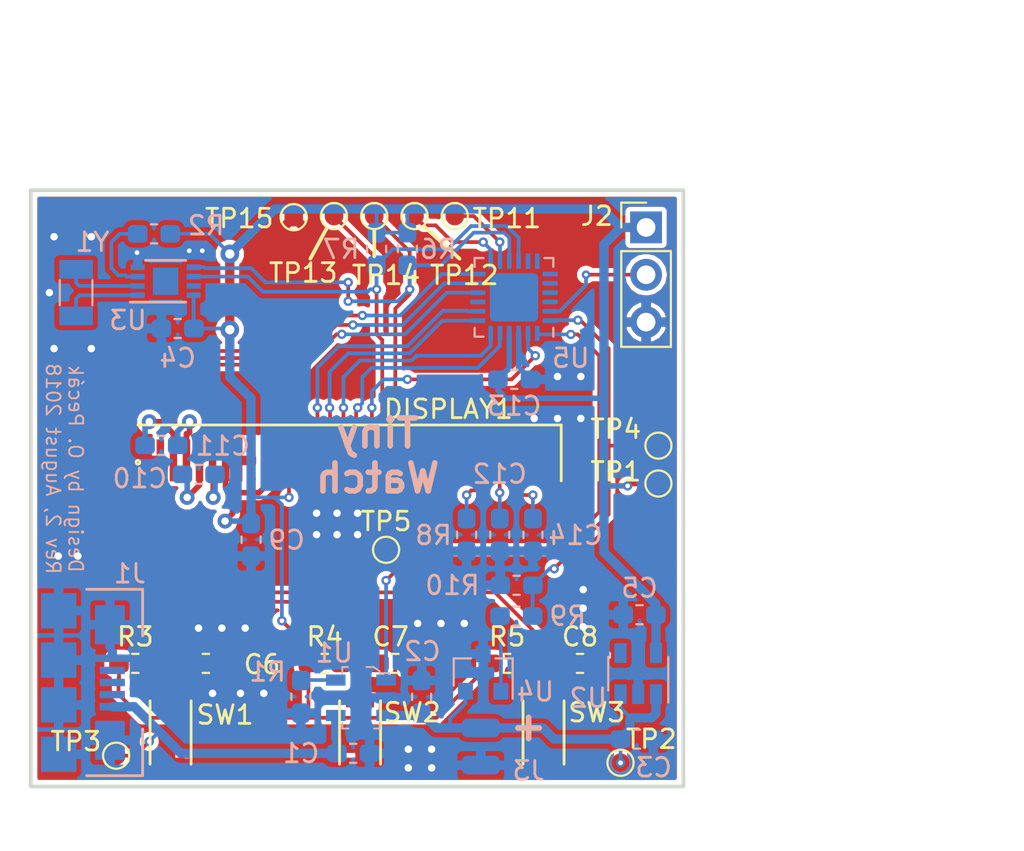
<source format=kicad_pcb>
(kicad_pcb (version 20171130) (host pcbnew "(5.0.0)")
  (layers (0 F.Cu signal) (31 B.Cu signal) (34 B.Paste user) (35 F.Paste user) (36 B.SilkS user) (37 F.SilkS user) (38 B.Mask user) (39 F.Mask user) (44 Edge.Cuts user))
  (net 0 "")
  (net 1 +5V)
  (net 2 GND)
  (net 3 VDD)
  (net 4 BUTTON_1)
  (net 5 BUTTON_2)
  (net 6 BUTTON_3)
  (net 7 "Net-(C10-Pad1)")
  (net 8 "Net-(C10-Pad2)")
  (net 9 "Net-(C11-Pad2)")
  (net 10 "Net-(C11-Pad1)")
  (net 11 "Net-(C12-Pad2)")
  (net 12 "Net-(C14-Pad2)")
  (net 13 DISP_CS)
  (net 14 DISP_RES)
  (net 15 DISP_A0)
  (net 16 DISP_WRB)
  (net 17 DISP_RDB)
  (net 18 SCL)
  (net 19 SDA)
  (net 20 "Net-(DISPLAY1-Pad26)")
  (net 21 "Net-(J1-Pad2)")
  (net 22 "Net-(J1-Pad3)")
  (net 23 "Net-(J1-Pad4)")
  (net 24 UPDI)
  (net 25 "Net-(R1-Pad2)")
  (net 26 "Net-(R2-Pad1)")
  (net 27 LOW_BAT)
  (net 28 CHARGE_STAT)
  (net 29 UART_TX)
  (net 30 UART_RX)
  (net 31 "Net-(U2-Pad4)")
  (net 32 "Net-(U3-Pad1)")
  (net 33 "Net-(U3-Pad2)")
  (net 34 "Net-(U3-Pad7)")
  (net 35 "Net-(U5-Pad9)")
  (net 36 "Net-(U5-Pad17)")
  (net 37 "Net-(U5-Pad18)")
  (net 38 "Net-(U5-Pad19)")
  (net 39 "Net-(U5-Pad20)")
  (net 40 "Net-(U5-Pad21)")
  (net 41 "Net-(U5-Pad22)")
  (net 42 VBAT)
  (net 43 "Net-(R9-Pad1)")
  (module TestPoint:TestPoint_Pad_D1.0mm (layer F.Cu) (at 100.076 41.716)
    (fp_text reference TP15 (at -2.921 0.067) (layer F.SilkS))
    (fp_text value TP)
    (pad 1 smd circle (at 0 0) (size 1 1) (layers F.Cu F.Mask) (net 2 GND))
  )
  (module Resistor_SMD:R_0603_1608Metric_Pad1.05x0.95mm_HandSolder (layer B.Cu) (at 112.014 63.119)
    (fp_text reference R9 (at 2.758 -0.003) (layer B.SilkS) (effects (justify mirror)))
    (fp_text value 510K)
    (pad 2 smd roundrect (at 0.875 0) (size 1.05 0.95) (layers B.Cu B.Paste B.Mask) (net 27 LOW_BAT))
    (pad 1 smd roundrect (at -0.875 0) (size 1.05 0.95) (layers B.Cu B.Paste B.Mask) (net 43 "Net-(R9-Pad1)"))
  )
  (module Resistor_SMD:R_0603_1608Metric_Pad1.05x0.95mm_HandSolder (layer B.Cu) (at 112.028 61.468 180)
    (fp_text reference R10 (at 3.443 0 180) (layer B.SilkS) (effects (justify mirror)))
    (fp_text value 510K)
    (pad 1 smd roundrect (at -0.875 0 180) (size 1.05 0.95) (layers B.Cu B.Paste B.Mask) (net 27 LOW_BAT))
    (pad 2 smd roundrect (at 0.875 0 180) (size 1.05 0.95) (layers B.Cu B.Paste B.Mask) (net 2 GND))
  )
  (module LoaDy:SMD_2_Wires (layer B.Cu) (at 110.109 70.12 270)
    (fp_text reference J3 (at 1.296 -2.563) (layer B.SilkS) (effects (justify mirror)))
    (fp_text value BAT_CON)
    (pad 1 smd roundrect (at -1 0 270) (size 1 2) (layers B.Cu B.Paste B.Mask) (net 42 VBAT))
    (pad 2 smd roundrect (at 1 0 270) (size 1 2) (layers B.Cu B.Paste B.Mask) (net 2 GND))
  )
  (module Capacitor_SMD:C_0603_1608Metric_Pad1.05x0.95mm_HandSolder (layer B.Cu) (at 103.265 70.485 180)
    (fp_text reference C1 (at 2.794 0 180) (layer B.SilkS) (effects (justify mirror)))
    (fp_text value 4.7uF)
    (pad 2 smd roundrect (at 0.875 0 180) (size 1.05 0.95) (layers B.Cu B.Paste B.Mask) (net 1 +5V))
    (pad 1 smd roundrect (at -0.875 0 180) (size 1.05 0.95) (layers B.Cu B.Paste B.Mask) (net 2 GND))
  )
  (module Capacitor_SMD:C_0603_1608Metric_Pad1.05x0.95mm_HandSolder (layer B.Cu) (at 106.934 67.451 270)
    (fp_text reference C2 (at -2.435 -0.038) (layer B.SilkS) (effects (justify mirror)))
    (fp_text value 4.7uF)
    (pad 1 smd roundrect (at -0.875 0 270) (size 1.05 0.95) (layers B.Cu B.Paste B.Mask) (net 2 GND))
    (pad 2 smd roundrect (at 0.875 0 270) (size 1.05 0.95) (layers B.Cu B.Paste B.Mask) (net 42 VBAT))
  )
  (module Capacitor_SMD:C_0603_1608Metric_Pad1.05x0.95mm_HandSolder (layer B.Cu) (at 118.477 69.723 180)
    (fp_text reference C3 (at -0.903 -1.524) (layer B.SilkS) (effects (justify mirror)))
    (fp_text value 1uF)
    (pad 1 smd roundrect (at -0.875 0 180) (size 1.05 0.95) (layers B.Cu B.Paste B.Mask) (net 2 GND))
    (pad 2 smd roundrect (at 0.875 0 180) (size 1.05 0.95) (layers B.Cu B.Paste B.Mask) (net 42 VBAT))
  )
  (module Capacitor_SMD:C_0603_1608Metric_Pad1.05x0.95mm_HandSolder (layer B.Cu) (at 93.852 47.689)
    (fp_text reference C4 (at 0 1.587) (layer B.SilkS) (effects (justify mirror)))
    (fp_text value 100nF)
    (pad 2 smd roundrect (at 0.875 0) (size 1.05 0.95) (layers B.Cu B.Paste B.Mask) (net 3 VDD))
    (pad 1 smd roundrect (at -0.875 0) (size 1.05 0.95) (layers B.Cu B.Paste B.Mask) (net 2 GND))
  )
  (module Capacitor_SMD:C_0603_1608Metric_Pad1.05x0.95mm_HandSolder (layer B.Cu) (at 118.62 63.048 180)
    (fp_text reference C5 (at 0 1.43 180) (layer B.SilkS) (effects (justify mirror)))
    (fp_text value 1uF)
    (pad 2 smd roundrect (at 0.875 0 180) (size 1.05 0.95) (layers B.Cu B.Paste B.Mask) (net 2 GND))
    (pad 1 smd roundrect (at -0.875 0 180) (size 1.05 0.95) (layers B.Cu B.Paste B.Mask) (net 3 VDD))
  )
  (module Capacitor_SMD:C_0603_1608Metric_Pad1.05x0.95mm_HandSolder (layer F.Cu) (at 95.363 65.659)
    (fp_text reference C6 (at 3.009 0.057) (layer F.SilkS))
    (fp_text value 100nF)
    (pad 1 smd roundrect (at -0.875 0) (size 1.05 0.95) (layers F.Cu F.Paste F.Mask) (net 4 BUTTON_1))
    (pad 2 smd roundrect (at 0.875 0) (size 1.05 0.95) (layers F.Cu F.Paste F.Mask) (net 2 GND))
  )
  (module Capacitor_SMD:C_0603_1608Metric_Pad1.05x0.95mm_HandSolder (layer F.Cu) (at 105.523 65.659)
    (fp_text reference C7 (at -0.251 -1.43) (layer F.SilkS))
    (fp_text value 100nF)
    (pad 2 smd roundrect (at 0.875 0) (size 1.05 0.95) (layers F.Cu F.Paste F.Mask) (net 2 GND))
    (pad 1 smd roundrect (at -0.875 0) (size 1.05 0.95) (layers F.Cu F.Paste F.Mask) (net 5 BUTTON_2))
  )
  (module Capacitor_SMD:C_0603_1608Metric_Pad1.05x0.95mm_HandSolder (layer F.Cu) (at 115.429 65.659)
    (fp_text reference C8 (at 0 -1.43) (layer F.SilkS))
    (fp_text value 100nF)
    (pad 1 smd roundrect (at -0.875 0) (size 1.05 0.95) (layers F.Cu F.Paste F.Mask) (net 6 BUTTON_3))
    (pad 2 smd roundrect (at 0.875 0) (size 1.05 0.95) (layers F.Cu F.Paste F.Mask) (net 2 GND))
  )
  (module Capacitor_SMD:C_0603_1608Metric_Pad1.05x0.95mm_HandSolder (layer B.Cu) (at 97.79 59.025 90)
    (fp_text reference C9 (at -0.014 1.905 180) (layer B.SilkS) (effects (justify mirror)))
    (fp_text value 4.7uF)
    (pad 2 smd roundrect (at 0.875 0 90) (size 1.05 0.95) (layers B.Cu B.Paste B.Mask) (net 3 VDD))
    (pad 1 smd roundrect (at -0.875 0 90) (size 1.05 0.95) (layers B.Cu B.Paste B.Mask) (net 2 GND))
  )
  (module Capacitor_SMD:C_0603_1608Metric_Pad1.05x0.95mm_HandSolder (layer B.Cu) (at 92.978 53.959)
    (fp_text reference C10 (at -1.157 1.778) (layer B.SilkS) (effects (justify mirror)))
    (fp_text value 1uF)
    (pad 1 smd roundrect (at -0.875 0) (size 1.05 0.95) (layers B.Cu B.Paste B.Mask) (net 7 "Net-(C10-Pad1)"))
    (pad 2 smd roundrect (at 0.875 0) (size 1.05 0.95) (layers B.Cu B.Paste B.Mask) (net 8 "Net-(C10-Pad2)"))
  )
  (module Capacitor_SMD:C_0603_1608Metric_Pad1.05x0.95mm_HandSolder (layer B.Cu) (at 94.982 55.516 180)
    (fp_text reference C11 (at -1.284 1.524 180) (layer B.SilkS) (effects (justify mirror)))
    (fp_text value 1uF)
    (pad 2 smd roundrect (at 0.875 0 180) (size 1.05 0.95) (layers B.Cu B.Paste B.Mask) (net 9 "Net-(C11-Pad2)"))
    (pad 1 smd roundrect (at -0.875 0 180) (size 1.05 0.95) (layers B.Cu B.Paste B.Mask) (net 10 "Net-(C11-Pad1)"))
  )
  (module Capacitor_SMD:C_0603_1608Metric_Pad1.05x0.95mm_HandSolder (layer B.Cu) (at 111.125 58.763 90)
    (fp_text reference C12 (at 3.264 0 180) (layer B.SilkS) (effects (justify mirror)))
    (fp_text value 4.7uF)
    (pad 2 smd roundrect (at 0.875 0 90) (size 1.05 0.95) (layers B.Cu B.Paste B.Mask) (net 11 "Net-(C12-Pad2)"))
    (pad 1 smd roundrect (at -0.875 0 90) (size 1.05 0.95) (layers B.Cu B.Paste B.Mask) (net 2 GND))
  )
  (module Capacitor_SMD:C_0603_1608Metric_Pad1.05x0.95mm_HandSolder (layer B.Cu) (at 111.901 50.419)
    (fp_text reference C13 (at 0 1.43) (layer B.SilkS) (effects (justify mirror)))
    (fp_text value 100nF)
    (pad 1 smd roundrect (at -0.875 0) (size 1.05 0.95) (layers B.Cu B.Paste B.Mask) (net 3 VDD))
    (pad 2 smd roundrect (at 0.875 0) (size 1.05 0.95) (layers B.Cu B.Paste B.Mask) (net 2 GND))
  )
  (module Capacitor_SMD:C_0603_1608Metric_Pad1.05x0.95mm_HandSolder (layer B.Cu) (at 112.903 58.763 90)
    (fp_text reference C14 (at -0.022 2.286 180) (layer B.SilkS) (effects (justify mirror)))
    (fp_text value 4.7uF)
    (pad 1 smd roundrect (at -0.875 0 90) (size 1.05 0.95) (layers B.Cu B.Paste B.Mask) (net 2 GND))
    (pad 2 smd roundrect (at 0.875 0 90) (size 1.05 0.95) (layers B.Cu B.Paste B.Mask) (net 12 "Net-(C14-Pad2)"))
  )
  (module LoaDy:30x_0.7-Pitch-display (layer F.Cu) (at 102.722 57.866)
    (fp_text reference DISPLAY1 (at 5.65 -5.85) (layer F.SilkS))
    (fp_text value SH1106G_OLED)
    (pad 1 smd rect (at -9.8 -3.1) (size 0.4 2.25) (layers F.Cu F.Paste F.Mask) (net 2 GND))
    (pad 2 smd rect (at -9.1 -3.1) (size 0.4 2.25) (layers F.Cu F.Paste F.Mask) (net 7 "Net-(C10-Pad1)"))
    (pad 3 smd rect (at -8.4 -3.1) (size 0.4 2.25) (layers F.Cu F.Paste F.Mask) (net 8 "Net-(C10-Pad2)"))
    (pad 4 smd rect (at -7.7 -3.1) (size 0.4 2.25) (layers F.Cu F.Paste F.Mask) (net 9 "Net-(C11-Pad2)"))
    (pad 5 smd rect (at -7 -3.1) (size 0.4 2.25) (layers F.Cu F.Paste F.Mask) (net 10 "Net-(C11-Pad1)"))
    (pad 6 smd rect (at -6.3 -3.1) (size 0.4 2.25) (layers F.Cu F.Paste F.Mask) (net 3 VDD))
    (pad 7 smd rect (at -5.6 -3.1) (size 0.4 2.25) (layers F.Cu F.Paste F.Mask) (net 2 GND))
    (pad 8 smd rect (at -4.9 -3.1) (size 0.4 2.25) (layers F.Cu F.Paste F.Mask) (net 2 GND))
    (pad 9 smd rect (at -4.2 -3.1) (size 0.4 2.25) (layers F.Cu F.Paste F.Mask) (net 3 VDD))
    (pad 10 smd rect (at -3.5 -3.1) (size 0.4 2.25) (layers F.Cu F.Paste F.Mask) (net 2 GND))
    (pad 11 smd rect (at -2.8 -3.1) (size 0.4 2.25) (layers F.Cu F.Paste F.Mask) (net 3 VDD))
    (pad 12 smd rect (at -2.1 -3.1) (size 0.4 2.25) (layers F.Cu F.Paste F.Mask) (net 2 GND))
    (pad 13 smd rect (at -1.4 -3.1) (size 0.4 2.25) (layers F.Cu F.Paste F.Mask) (net 13 DISP_CS))
    (pad 14 smd rect (at -0.7 -3.1) (size 0.4 2.25) (layers F.Cu F.Paste F.Mask) (net 14 DISP_RES))
    (pad 15 smd rect (at 0 -3.1) (size 0.4 2.25) (layers F.Cu F.Paste F.Mask) (net 15 DISP_A0))
    (pad 16 smd rect (at 0.7 -3.1) (size 0.4 2.25) (layers F.Cu F.Paste F.Mask) (net 16 DISP_WRB))
    (pad 17 smd rect (at 1.4 -3.1) (size 0.4 2.25) (layers F.Cu F.Paste F.Mask) (net 17 DISP_RDB))
    (pad 18 smd rect (at 2.1 -3.1) (size 0.4 2.25) (layers F.Cu F.Paste F.Mask) (net 18 SCL))
    (pad 19 smd rect (at 2.8 -3.1) (size 0.4 2.25) (layers F.Cu F.Paste F.Mask) (net 19 SDA))
    (pad 20 smd rect (at 3.5 -3.1) (size 0.4 2.25) (layers F.Cu F.Paste F.Mask) (net 2 GND))
    (pad 21 smd rect (at 4.2 -3.1) (size 0.4 2.25) (layers F.Cu F.Paste F.Mask) (net 2 GND))
    (pad 22 smd rect (at 4.9 -3.1) (size 0.4 2.25) (layers F.Cu F.Paste F.Mask) (net 2 GND))
    (pad 23 smd rect (at 5.6 -3.1) (size 0.4 2.25) (layers F.Cu F.Paste F.Mask) (net 2 GND))
    (pad 24 smd rect (at 6.3 -3.1) (size 0.4 2.25) (layers F.Cu F.Paste F.Mask) (net 2 GND))
    (pad 25 smd rect (at 7 -3.1) (size 0.4 2.25) (layers F.Cu F.Paste F.Mask) (net 2 GND))
    (pad 26 smd rect (at 7.7 -3.1) (size 0.4 2.25) (layers F.Cu F.Paste F.Mask) (net 20 "Net-(DISPLAY1-Pad26)"))
    (pad 27 smd rect (at 8.4 -3.1) (size 0.4 2.25) (layers F.Cu F.Paste F.Mask) (net 11 "Net-(C12-Pad2)"))
    (pad 28 smd rect (at 9.1 -3.1) (size 0.4 2.25) (layers F.Cu F.Paste F.Mask) (net 12 "Net-(C14-Pad2)"))
    (pad 29 smd rect (at 9.8 -3.1) (size 0.4 2.25) (layers F.Cu F.Paste F.Mask) (net 2 GND))
    (pad 30 smd rect (at 10.5 -3.1) (size 0.4 2.25) (layers F.Cu F.Paste F.Mask) (net 2 GND))
  )
  (module LoaDy:AMPHENOL_10118192-0001LF-C (layer B.Cu) (at 87.472 66.684 90)
    (fp_text reference J1 (at 5.842 3.81 180) (layer B.SilkS) (effects (justify mirror)))
    (fp_text value USB_B_Micro)
    (pad 6 smd rect (at -3.85 0 90) (size 1.9 1.9) (layers B.Cu B.Paste B.Mask) (net 2 GND))
    (pad 6 smd rect (at -1.2 0 90) (size 1.9 1.9) (layers B.Cu B.Paste B.Mask) (net 2 GND))
    (pad 6 smd rect (at 1.2 0 90) (size 1.9 1.9) (layers B.Cu B.Paste B.Mask) (net 2 GND))
    (pad 6 smd rect (at 3.85 0 90) (size 1.9 1.9) (layers B.Cu B.Paste B.Mask) (net 2 GND))
    (pad 6 smd rect (at 3.1 2.75 90) (size 2.1 1.6) (layers B.Cu B.Paste B.Mask) (net 2 GND))
    (pad 6 smd rect (at -3.1 2.75 90) (size 2.1 1.6) (layers B.Cu B.Paste B.Mask) (net 2 GND))
    (pad 1 smd rect (at -1.3 2.875 90) (size 0.4 1.35) (layers B.Cu B.Paste B.Mask) (net 1 +5V))
    (pad 2 smd rect (at -0.65 2.875 90) (size 0.4 1.35) (layers B.Cu B.Paste B.Mask) (net 21 "Net-(J1-Pad2)"))
    (pad 3 smd rect (at 0 2.875 90) (size 0.4 1.35) (layers B.Cu B.Paste B.Mask) (net 22 "Net-(J1-Pad3)"))
    (pad 4 smd rect (at 0.65 2.875 90) (size 0.4 1.35) (layers B.Cu B.Paste B.Mask) (net 23 "Net-(J1-Pad4)"))
    (pad 5 smd rect (at 1.3 2.875 90) (size 0.4 1.35) (layers B.Cu B.Paste B.Mask) (net 2 GND))
  )
  (module Connector_PinHeader_2.54mm:PinHeader_1x03_P2.54mm_Vertical (layer F.Cu) (at 118.972 42.266)
    (fp_text reference J2 (at -2.64 -0.61) (layer F.SilkS))
    (fp_text value PROG_HEADER)
    (pad 1 thru_hole rect (at 0 0) (size 1.7 1.7) (drill 1) (layers *.Cu *.Mask) (net 3 VDD))
    (pad 2 thru_hole oval (at 0 2.54) (size 1.7 1.7) (drill 1) (layers *.Cu *.Mask) (net 24 UPDI))
    (pad 3 thru_hole oval (at 0 5.08) (size 1.7 1.7) (drill 1) (layers *.Cu *.Mask) (net 2 GND))
  )
  (module Resistor_SMD:R_0603_1608Metric_Pad1.05x0.95mm_HandSolder (layer B.Cu) (at 100.457 67.451 90)
    (fp_text reference R1 (at 1.335 -1.785 180) (layer B.SilkS) (effects (justify mirror)))
    (fp_text value 8K2)
    (pad 2 smd roundrect (at 0.875 0 90) (size 1.05 0.95) (layers B.Cu B.Paste B.Mask) (net 25 "Net-(R1-Pad2)"))
    (pad 1 smd roundrect (at -0.875 0 90) (size 1.05 0.95) (layers B.Cu B.Paste B.Mask) (net 2 GND))
  )
  (module Resistor_SMD:R_0603_1608Metric_Pad1.05x0.95mm_HandSolder (layer B.Cu) (at 92.582 42.609)
    (fp_text reference R2 (at 2.795 -0.445) (layer B.SilkS) (effects (justify mirror)))
    (fp_text value 4K7)
    (pad 1 smd roundrect (at -0.875 0) (size 1.05 0.95) (layers B.Cu B.Paste B.Mask) (net 26 "Net-(R2-Pad1)"))
    (pad 2 smd roundrect (at 0.875 0) (size 1.05 0.95) (layers B.Cu B.Paste B.Mask) (net 3 VDD))
  )
  (module Resistor_SMD:R_0603_1608Metric_Pad1.05x0.95mm_HandSolder (layer F.Cu) (at 91.581 65.659)
    (fp_text reference R3 (at 0 -1.43) (layer F.SilkS))
    (fp_text value 4K7)
    (pad 2 smd roundrect (at 0.875 0) (size 1.05 0.95) (layers F.Cu F.Paste F.Mask) (net 4 BUTTON_1))
    (pad 1 smd roundrect (at -0.875 0) (size 1.05 0.95) (layers F.Cu F.Paste F.Mask) (net 3 VDD))
  )
  (module Resistor_SMD:R_0603_1608Metric_Pad1.05x0.95mm_HandSolder (layer F.Cu) (at 101.741 65.659)
    (fp_text reference R4 (at 0 -1.43) (layer F.SilkS))
    (fp_text value 4K7)
    (pad 1 smd roundrect (at -0.875 0) (size 1.05 0.95) (layers F.Cu F.Paste F.Mask) (net 3 VDD))
    (pad 2 smd roundrect (at 0.875 0) (size 1.05 0.95) (layers F.Cu F.Paste F.Mask) (net 5 BUTTON_2))
  )
  (module Resistor_SMD:R_0603_1608Metric_Pad1.05x0.95mm_HandSolder (layer F.Cu) (at 111.52 65.659)
    (fp_text reference R5 (at 0 -1.43) (layer F.SilkS))
    (fp_text value 4K7)
    (pad 1 smd roundrect (at -0.875 0) (size 1.05 0.95) (layers F.Cu F.Paste F.Mask) (net 3 VDD))
    (pad 2 smd roundrect (at 0.875 0) (size 1.05 0.95) (layers F.Cu F.Paste F.Mask) (net 6 BUTTON_3))
  )
  (module Resistor_SMD:R_0603_1608Metric_Pad1.05x0.95mm_HandSolder (layer B.Cu) (at 106.172 43.42 270)
    (fp_text reference R6 (at 0.014 -1.651) (layer B.SilkS) (effects (justify mirror)))
    (fp_text value 4K7)
    (pad 1 smd roundrect (at -0.875 0 270) (size 1.05 0.95) (layers B.Cu B.Paste B.Mask) (net 3 VDD))
    (pad 2 smd roundrect (at 0.875 0 270) (size 1.05 0.95) (layers B.Cu B.Paste B.Mask) (net 19 SDA))
  )
  (module Resistor_SMD:R_0603_1608Metric_Pad1.05x0.95mm_HandSolder (layer B.Cu) (at 104.521 43.42 270)
    (fp_text reference R7 (at 0.014 1.905) (layer B.SilkS) (effects (justify mirror)))
    (fp_text value 4K7)
    (pad 2 smd roundrect (at 0.875 0 270) (size 1.05 0.95) (layers B.Cu B.Paste B.Mask) (net 18 SCL))
    (pad 1 smd roundrect (at -0.875 0 270) (size 1.05 0.95) (layers B.Cu B.Paste B.Mask) (net 3 VDD))
  )
  (module Resistor_SMD:R_0603_1608Metric_Pad1.05x0.95mm_HandSolder (layer B.Cu) (at 109.347 58.763 90)
    (fp_text reference R8 (at -0.022 -1.778 180) (layer B.SilkS) (effects (justify mirror)))
    (fp_text value 510K)
    (pad 2 smd roundrect (at 0.875 0 90) (size 1.05 0.95) (layers B.Cu B.Paste B.Mask) (net 20 "Net-(DISPLAY1-Pad26)"))
    (pad 1 smd roundrect (at -0.875 0 90) (size 1.05 0.95) (layers B.Cu B.Paste B.Mask) (net 2 GND))
  )
  (module "LoaDy:C_K KXT321LHS" (layer F.Cu) (at 93.472 69.368 90)
    (fp_text reference SW1 (at 0.946 2.921 180) (layer F.SilkS))
    (fp_text value SW_Push)
    (pad 1 smd rect (at -1.625 0 90) (size 0.55 1.5) (layers F.Cu F.Paste F.Mask) (net 2 GND))
    (pad 2 smd rect (at 1.625 0 90) (size 0.55 1.5) (layers F.Cu F.Paste F.Mask) (net 4 BUTTON_1))
  )
  (module "LoaDy:C_K KXT321LHS" (layer F.Cu) (at 103.632 69.368 90)
    (fp_text reference SW2 (at 1.073 2.794 180) (layer F.SilkS))
    (fp_text value SW_Push)
    (pad 2 smd rect (at 1.625 0 90) (size 0.55 1.5) (layers F.Cu F.Paste F.Mask) (net 5 BUTTON_2))
    (pad 1 smd rect (at -1.625 0 90) (size 0.55 1.5) (layers F.Cu F.Paste F.Mask) (net 2 GND))
  )
  (module "LoaDy:C_K KXT321LHS" (layer F.Cu) (at 113.472 69.368 90)
    (fp_text reference SW3 (at 1.073 2.86 180) (layer F.SilkS))
    (fp_text value SW_Push)
    (pad 1 smd rect (at -1.625 0 90) (size 0.55 1.5) (layers F.Cu F.Paste F.Mask) (net 2 GND))
    (pad 2 smd rect (at 1.625 0 90) (size 0.55 1.5) (layers F.Cu F.Paste F.Mask) (net 6 BUTTON_3))
  )
  (module TestPoint:TestPoint_Pad_D1.0mm (layer F.Cu) (at 119.634 56.007)
    (fp_text reference TP1 (at -2.286 -0.635) (layer F.SilkS))
    (fp_text value TP)
    (pad 1 smd circle (at 0 0) (size 1 1) (layers F.Cu F.Mask) (net 3 VDD))
  )
  (module TestPoint:TestPoint_Pad_D1.0mm (layer F.Cu) (at 117.602 70.993)
    (fp_text reference TP2 (at 1.651 -1.27) (layer F.SilkS))
    (fp_text value TP)
    (pad 1 smd circle (at 0 0) (size 1 1) (layers F.Cu F.Mask) (net 42 VBAT))
  )
  (module TestPoint:TestPoint_Pad_D1.0mm (layer F.Cu) (at 90.551 70.612)
    (fp_text reference TP3 (at -2.159 -0.762) (layer F.SilkS))
    (fp_text value TP)
    (pad 1 smd circle (at 0 0) (size 1 1) (layers F.Cu F.Mask) (net 1 +5V))
  )
  (module TestPoint:TestPoint_Pad_D1.0mm (layer F.Cu) (at 119.634 53.975)
    (fp_text reference TP4 (at -2.286 -0.889) (layer F.SilkS))
    (fp_text value TP)
    (pad 1 smd circle (at 0 0) (size 1 1) (layers F.Cu F.Mask) (net 27 LOW_BAT))
  )
  (module TestPoint:TestPoint_Pad_D1.0mm (layer F.Cu) (at 105.029 59.563)
    (fp_text reference TP5 (at 0 -1.524) (layer F.SilkS))
    (fp_text value TP)
    (pad 1 smd circle (at 0 0) (size 1 1) (layers F.Cu F.Mask) (net 28 CHARGE_STAT))
  )
  (module TestPoint:TestPoint_Pad_D1.0mm (layer F.Cu) (at 108.712 41.656)
    (fp_text reference TP11 (at 2.794 0.127) (layer F.SilkS))
    (fp_text value TP)
    (pad 1 smd circle (at 0 0) (size 1 1) (layers F.Cu F.Mask) (net 29 UART_TX))
  )
  (module TestPoint:TestPoint_Pad_D1.0mm (layer F.Cu) (at 106.553 41.656)
    (fp_text reference TP12 (at 2.667 3.175) (layer F.SilkS))
    (fp_text value TP)
    (pad 1 smd circle (at 0 0) (size 1 1) (layers F.Cu F.Mask) (net 30 UART_RX))
  )
  (module TestPoint:TestPoint_Pad_D1.0mm (layer F.Cu) (at 102.235 41.656)
    (fp_text reference TP13 (at -1.651 3.048) (layer F.SilkS))
    (fp_text value TP)
    (pad 1 smd circle (at 0 0) (size 1 1) (layers F.Cu F.Mask) (net 18 SCL))
  )
  (module TestPoint:TestPoint_Pad_D1.0mm (layer F.Cu) (at 104.394 41.656)
    (fp_text reference TP14 (at 0.635 3.175) (layer F.SilkS))
    (fp_text value TP)
    (pad 1 smd circle (at 0 0) (size 1 1) (layers F.Cu F.Mask) (net 19 SDA))
  )
  (module digikey-footprints:SOT-753 (layer B.Cu) (at 103.679 67.503 270)
    (fp_text reference U1 (at -2.408 1.432) (layer B.SilkS) (effects (justify mirror)))
    (fp_text value MCP73831T-2ACI_OT)
    (pad 5 smd rect (at -0.95 1.35 270) (size 0.6 1.05) (layers B.Cu B.Paste B.Mask) (net 25 "Net-(R1-Pad2)"))
    (pad 4 smd rect (at 0.95 1.35 270) (size 0.6 1.05) (layers B.Cu B.Paste B.Mask) (net 1 +5V))
    (pad 3 smd rect (at 0.95 -1.35 270) (size 0.6 1.05) (layers B.Cu B.Paste B.Mask) (net 42 VBAT))
    (pad 2 smd rect (at 0 -1.35 270) (size 0.6 1.05) (layers B.Cu B.Paste B.Mask) (net 2 GND))
    (pad 1 smd rect (at -0.95 -1.35 270) (size 0.6 1.05) (layers B.Cu B.Paste B.Mask) (net 28 CHARGE_STAT))
  )
  (module Package_TO_SOT_SMD:SOT-23-5 (layer B.Cu) (at 118.552 66.21 90)
    (fp_text reference U2 (at -1.306 -2.68) (layer B.SilkS) (effects (justify mirror)))
    (fp_text value MIC5504-2.8YM5)
    (pad 1 smd rect (at -1.1 0.95 90) (size 1.06 0.65) (layers B.Cu B.Paste B.Mask) (net 42 VBAT))
    (pad 2 smd rect (at -1.1 0 90) (size 1.06 0.65) (layers B.Cu B.Paste B.Mask) (net 2 GND))
    (pad 3 smd rect (at -1.1 -0.95 90) (size 1.06 0.65) (layers B.Cu B.Paste B.Mask) (net 42 VBAT))
    (pad 4 smd rect (at 1.1 -0.95 90) (size 1.06 0.65) (layers B.Cu B.Paste B.Mask) (net 31 "Net-(U2-Pad4)"))
    (pad 5 smd rect (at 1.1 0.95 90) (size 1.06 0.65) (layers B.Cu B.Paste B.Mask) (net 3 VDD))
  )
  (module Package_DFN_QFN:DFN-8-1EP_3x2mm_P0.5mm_EP1.36x1.46mm (layer B.Cu) (at 93.207 45.153)
    (fp_text reference U3 (at -2.021 2.091) (layer B.SilkS) (effects (justify mirror)))
    (fp_text value PCF85063TP)
    (pad 1 smd rect (at -1.5 0.75) (size 0.75 0.3) (layers B.Cu B.Paste B.Mask) (net 32 "Net-(U3-Pad1)"))
    (pad 2 smd rect (at -1.5 0.25) (size 0.75 0.3) (layers B.Cu B.Paste B.Mask) (net 33 "Net-(U3-Pad2)"))
    (pad 3 smd rect (at -1.5 -0.25) (size 0.75 0.3) (layers B.Cu B.Paste B.Mask) (net 26 "Net-(R2-Pad1)"))
    (pad 4 smd rect (at -1.5 -0.75) (size 0.75 0.3) (layers B.Cu B.Paste B.Mask) (net 2 GND))
    (pad 5 smd rect (at 1.5 -0.75) (size 0.75 0.3) (layers B.Cu B.Paste B.Mask) (net 19 SDA))
    (pad 6 smd rect (at 1.5 -0.25) (size 0.75 0.3) (layers B.Cu B.Paste B.Mask) (net 18 SCL))
    (pad 7 smd rect (at 1.5 0.25) (size 0.75 0.3) (layers B.Cu B.Paste B.Mask) (net 34 "Net-(U3-Pad7)"))
    (pad 8 smd rect (at 1.5 0.75) (size 0.75 0.3) (layers B.Cu B.Paste B.Mask) (net 3 VDD))
    (pad 9 smd rect (at 0 0) (size 1.36 1.46) (layers B.Cu B.Mask))
  )
  (module Package_TO_SOT_SMD:SOT-23 (layer B.Cu) (at 110.236 66.151 90)
    (fp_text reference U4 (at -1.032 2.794) (layer B.SilkS) (effects (justify mirror)))
    (fp_text value MCP100-315I/TT)
    (pad 1 smd rect (at -1 0.95 90) (size 0.9 0.8) (layers B.Cu B.Paste B.Mask) (net 43 "Net-(R9-Pad1)"))
    (pad 2 smd rect (at -1 -0.95 90) (size 0.9 0.8) (layers B.Cu B.Paste B.Mask) (net 42 VBAT))
    (pad 3 smd rect (at 1 0 90) (size 0.9 0.8) (layers B.Cu B.Paste B.Mask) (net 2 GND))
  )
  (module Package_DFN_QFN:QFN-24-1EP_4x4mm_P0.5mm_EP2.6x2.6mm (layer B.Cu) (at 111.887 46.016 90)
    (fp_text reference U5 (at -3.26 3.048 180) (layer B.SilkS) (effects (justify mirror)))
    (fp_text value ATTiny1617/3217)
    (pad 25 smd roundrect (at 0 0 90) (size 2.6 2.6) (layers B.Cu B.Mask) (roundrect_rratio 0.096154))
    (pad 1 smd roundrect (at -1.9375 1.25 90) (size 0.825 0.25) (layers B.Cu B.Paste B.Mask) (net 28 CHARGE_STAT))
    (pad 2 smd roundrect (at -1.9375 0.75 90) (size 0.825 0.25) (layers B.Cu B.Paste B.Mask) (net 17 DISP_RDB))
    (pad 3 smd roundrect (at -1.9375 0.25 90) (size 0.825 0.25) (layers B.Cu B.Paste B.Mask) (net 2 GND))
    (pad 4 smd roundrect (at -1.9375 -0.25 90) (size 0.825 0.25) (layers B.Cu B.Paste B.Mask) (net 3 VDD))
    (pad 5 smd roundrect (at -1.9375 -0.75 90) (size 0.825 0.25) (layers B.Cu B.Paste B.Mask) (net 16 DISP_WRB))
    (pad 6 smd roundrect (at -1.9375 -1.25 90) (size 0.825 0.25) (layers B.Cu B.Paste B.Mask) (net 15 DISP_A0))
    (pad 7 smd roundrect (at -1.25 -1.9375 90) (size 0.25 0.825) (layers B.Cu B.Paste B.Mask) (net 14 DISP_RES))
    (pad 8 smd roundrect (at -0.75 -1.9375 90) (size 0.25 0.825) (layers B.Cu B.Paste B.Mask) (net 13 DISP_CS))
    (pad 9 smd roundrect (at -0.25 -1.9375 90) (size 0.25 0.825) (layers B.Cu B.Paste B.Mask) (net 35 "Net-(U5-Pad9)"))
    (pad 10 smd roundrect (at 0.25 -1.9375 90) (size 0.25 0.825) (layers B.Cu B.Paste B.Mask) (net 6 BUTTON_3))
    (pad 11 smd roundrect (at 0.75 -1.9375 90) (size 0.25 0.825) (layers B.Cu B.Paste B.Mask) (net 5 BUTTON_2))
    (pad 12 smd roundrect (at 1.25 -1.9375 90) (size 0.25 0.825) (layers B.Cu B.Paste B.Mask) (net 4 BUTTON_1))
    (pad 13 smd roundrect (at 1.9375 -1.25 90) (size 0.825 0.25) (layers B.Cu B.Paste B.Mask) (net 30 UART_RX))
    (pad 14 smd roundrect (at 1.9375 -0.75 90) (size 0.825 0.25) (layers B.Cu B.Paste B.Mask) (net 29 UART_TX))
    (pad 15 smd roundrect (at 1.9375 -0.25 90) (size 0.825 0.25) (layers B.Cu B.Paste B.Mask) (net 19 SDA))
    (pad 16 smd roundrect (at 1.9375 0.25 90) (size 0.825 0.25) (layers B.Cu B.Paste B.Mask) (net 18 SCL))
    (pad 17 smd roundrect (at 1.9375 0.75 90) (size 0.825 0.25) (layers B.Cu B.Paste B.Mask) (net 36 "Net-(U5-Pad17)"))
    (pad 18 smd roundrect (at 1.9375 1.25 90) (size 0.825 0.25) (layers B.Cu B.Paste B.Mask) (net 37 "Net-(U5-Pad18)"))
    (pad 19 smd roundrect (at 1.25 1.9375 90) (size 0.25 0.825) (layers B.Cu B.Paste B.Mask) (net 38 "Net-(U5-Pad19)"))
    (pad 20 smd roundrect (at 0.75 1.9375 90) (size 0.25 0.825) (layers B.Cu B.Paste B.Mask) (net 39 "Net-(U5-Pad20)"))
    (pad 21 smd roundrect (at 0.25 1.9375 90) (size 0.25 0.825) (layers B.Cu B.Paste B.Mask) (net 40 "Net-(U5-Pad21)"))
    (pad 22 smd roundrect (at -0.25 1.9375 90) (size 0.25 0.825) (layers B.Cu B.Paste B.Mask) (net 41 "Net-(U5-Pad22)"))
    (pad 23 smd roundrect (at -0.75 1.9375 90) (size 0.25 0.825) (layers B.Cu B.Paste B.Mask) (net 24 UPDI))
    (pad 24 smd roundrect (at -1.25 1.9375 90) (size 0.25 0.825) (layers B.Cu B.Paste B.Mask) (net 27 LOW_BAT))
  )
  (module Crystal:Crystal_SMD_3215-2Pin_3.2x1.5mm (layer B.Cu) (at 88.405 45.764 270)
    (fp_text reference Y1 (at -2.711 -0.876) (layer B.SilkS) (effects (justify mirror)))
    (fp_text value 32.768KHz)
    (pad 1 smd rect (at 1.25 0 270) (size 1 1.8) (layers B.Cu B.Paste B.Mask) (net 32 "Net-(U3-Pad1)"))
    (pad 2 smd rect (at -1.25 0 270) (size 1 1.8) (layers B.Cu B.Paste B.Mask) (net 33 "Net-(U3-Pad2)"))
  )
  (gr_text "Design by O. Pecák\nRev 2, August 2018" (at 87.772 55.216 270) (layer B.SilkS) (effects (font (size 0.75 0.75) (thickness 0.1)) (justify mirror)))
  (gr_text "Tiny\nWatch" (at 104.572 54.516) (layer B.SilkS) (effects (font (size 1.5 1.5) (thickness 0.3)) (justify mirror)))
  (gr_text + (at 112.672 69.016) (layer B.SilkS) (effects (font (size 1.5 1.5) (thickness 0.3)) (justify mirror)))
  (gr_line (start 101.854 42.291) (end 100.965 43.942) (layer F.SilkS) (width 0.2))
  (gr_line (start 104.394 42.418) (end 104.394 43.815) (layer F.SilkS) (width 0.2))
  (gr_line (start 108.966 43.942) (end 107.072 42.216) (layer F.SilkS) (width 0.2))
  (gr_line (start 85.972 72.266) (end 85.972 40.266) (layer Edge.Cuts) (width 0.2))
  (gr_line (start 120.972 72.266) (end 85.972 72.266) (layer Edge.Cuts) (width 0.2))
  (gr_line (start 120.972 40.266) (end 120.972 72.266) (layer Edge.Cuts) (width 0.2))
  (gr_line (start 85.972 40.266) (end 120.972 40.266) (layer Edge.Cuts) (width 0.2))
  (segment (start 90.347 67.984) (end 91.522 67.984) (width 0.5) (layer B.Cu) (net 1))
  (segment (start 102.329 69.662) (end 102.329 68.453) (width 0.5) (layer B.Cu) (net 1))
  (segment (start 90.551 70.612) (end 91.567 70.612) (width 0.2) (layer F.Cu) (net 1))
  (segment (start 91.567 70.612) (end 92.329 69.85) (width 0.2) (layer F.Cu) (net 1))
  (segment (start 92.837 69.342) (end 92.837 69.299) (width 0.2) (layer B.Cu) (net 1))
  (segment (start 92.329 69.85) (end 92.837 69.342) (width 0.2) (layer B.Cu) (net 1))
  (segment (start 91.522 67.984) (end 92.837 69.299) (width 0.5) (layer B.Cu) (net 1))
  (segment (start 92.329 69.85) (end 92.329 69.85) (width 0.2) (layer F.Cu) (net 1))
  (via (at 92.329 69.85) (size 0.5) (drill 0.25) (layers F.Cu B.Cu) (net 1))
  (segment (start 102.39 69.723) (end 102.39 70.485) (width 0.5) (layer B.Cu) (net 1))
  (segment (start 102.329 69.662) (end 102.39 69.723) (width 0.5) (layer B.Cu) (net 1))
  (segment (start 101.765 70.485) (end 94.023 70.485) (width 0.5) (layer B.Cu) (net 1))
  (segment (start 102.39 70.485) (end 101.765 70.485) (width 0.5) (layer B.Cu) (net 1))
  (segment (start 92.837 69.299) (end 94.023 70.485) (width 0.5) (layer B.Cu) (net 1))
  (segment (start 112.137 49.78) (end 112.137 47.9535) (width 0.3) (layer B.Cu) (net 2))
  (segment (start 112.776 50.419) (end 112.137 49.78) (width 0.3) (layer B.Cu) (net 2))
  (via (at 115.472 50.266) (size 0.8) (drill 0.4) (layers F.Cu B.Cu) (net 2))
  (via (at 114.222 50.266) (size 0.8) (drill 0.4) (layers F.Cu B.Cu) (net 2))
  (via (at 115.472 52.516) (size 0.8) (drill 0.4) (layers F.Cu B.Cu) (net 2))
  (via (at 114.222 52.516) (size 0.8) (drill 0.4) (layers F.Cu B.Cu) (net 2))
  (via (at 112.972 52.516) (size 0.8) (drill 0.4) (layers F.Cu B.Cu) (net 2))
  (via (at 89.222 42.766) (size 0.8) (drill 0.4) (layers F.Cu B.Cu) (net 2))
  (via (at 87.222 42.766) (size 0.8) (drill 0.4) (layers F.Cu B.Cu) (net 2))
  (via (at 87.222 48.766) (size 0.8) (drill 0.4) (layers F.Cu B.Cu) (net 2))
  (via (at 89.222 48.766) (size 0.8) (drill 0.4) (layers F.Cu B.Cu) (net 2))
  (via (at 86.972 45.766) (size 0.8) (drill 0.4) (layers F.Cu B.Cu) (net 2))
  (via (at 97.472 63.766) (size 0.8) (drill 0.4) (layers F.Cu B.Cu) (net 2))
  (via (at 96.222 63.766) (size 0.8) (drill 0.4) (layers F.Cu B.Cu) (net 2))
  (via (at 94.972 63.766) (size 0.8) (drill 0.4) (layers F.Cu B.Cu) (net 2))
  (via (at 98.472 67.266) (size 0.8) (drill 0.4) (layers F.Cu B.Cu) (net 2))
  (via (at 97.222 67.266) (size 0.8) (drill 0.4) (layers F.Cu B.Cu) (net 2))
  (via (at 95.722 67.266) (size 0.8) (drill 0.4) (layers F.Cu B.Cu) (net 2))
  (via (at 106.722 63.516) (size 0.8) (drill 0.4) (layers F.Cu B.Cu) (net 2))
  (via (at 107.972 63.516) (size 0.8) (drill 0.4) (layers F.Cu B.Cu) (net 2))
  (via (at 109.222 63.516) (size 0.8) (drill 0.4) (layers F.Cu B.Cu) (net 2))
  (via (at 106.222 70.266) (size 0.8) (drill 0.4) (layers F.Cu B.Cu) (net 2))
  (via (at 107.472 70.266) (size 0.8) (drill 0.4) (layers F.Cu B.Cu) (net 2))
  (via (at 107.472 71.266) (size 0.8) (drill 0.4) (layers F.Cu B.Cu) (net 2))
  (via (at 106.222 71.266) (size 0.8) (drill 0.4) (layers F.Cu B.Cu) (net 2))
  (via (at 95.172 43.516) (size 0.5) (drill 0.25) (layers F.Cu B.Cu) (net 2))
  (via (at 94.472 43.516) (size 0.5) (drill 0.25) (layers F.Cu B.Cu) (net 2))
  (via (at 91.672 43.616) (size 0.5) (drill 0.25) (layers F.Cu B.Cu) (net 2))
  (via (at 102.4 57.6) (size 0.8) (drill 0.4) (layers F.Cu B.Cu) (net 2))
  (via (at 103.5 57.6) (size 0.8) (drill 0.4) (layers F.Cu B.Cu) (net 2))
  (via (at 103.5 58.75) (size 0.8) (drill 0.4) (layers F.Cu B.Cu) (net 2))
  (via (at 102.4 58.75) (size 0.8) (drill 0.4) (layers F.Cu B.Cu) (net 2))
  (via (at 101.3 58.75) (size 0.8) (drill 0.4) (layers F.Cu B.Cu) (net 2))
  (via (at 101.3 57.6) (size 0.8) (drill 0.4) (layers F.Cu B.Cu) (net 2))
  (via (at 115.6 61.7) (size 0.8) (drill 0.4) (layers F.Cu B.Cu) (net 2))
  (via (at 115.6 62.7) (size 0.8) (drill 0.4) (layers F.Cu B.Cu) (net 2))
  (via (at 115.6 63.7) (size 0.8) (drill 0.4) (layers F.Cu B.Cu) (net 2))
  (via (at 87.45 59.9) (size 0.8) (drill 0.4) (layers F.Cu B.Cu) (net 2))
  (via (at 88.5 59.9) (size 0.8) (drill 0.4) (layers F.Cu B.Cu) (net 2))
  (segment (start 119.502 63.055) (end 119.495 63.048) (width 0.5) (layer B.Cu) (net 3))
  (segment (start 119.502 65.11) (end 119.502 63.055) (width 0.5) (layer B.Cu) (net 3))
  (segment (start 119.495 62.473) (end 116.713 59.691) (width 0.5) (layer B.Cu) (net 3))
  (segment (start 119.495 63.048) (end 119.495 62.473) (width 0.5) (layer B.Cu) (net 3))
  (segment (start 117.622 42.266) (end 118.972 42.266) (width 0.5) (layer B.Cu) (net 3))
  (segment (start 116.713 43.175) (end 117.622 42.266) (width 0.5) (layer B.Cu) (net 3))
  (segment (start 111.637 49.808) (end 111.026 50.419) (width 0.3) (layer B.Cu) (net 3))
  (segment (start 111.637 47.9535) (end 111.637 49.808) (width 0.3) (layer B.Cu) (net 3))
  (segment (start 111.467 51.435) (end 116.713 51.435) (width 0.3) (layer B.Cu) (net 3))
  (segment (start 111.026 50.994) (end 111.467 51.435) (width 0.3) (layer B.Cu) (net 3))
  (segment (start 111.026 50.419) (end 111.026 50.994) (width 0.3) (layer B.Cu) (net 3))
  (segment (start 116.713 51.435) (end 116.713 43.175) (width 0.5) (layer B.Cu) (net 3))
  (segment (start 117.622 42.266) (end 117.622 42.184) (width 0.3) (layer B.Cu) (net 3))
  (via (at 96.647 43.688) (size 1) (drill 0.5) (layers F.Cu B.Cu) (net 3))
  (segment (start 95.568 42.609) (end 96.647 43.688) (width 0.2) (layer B.Cu) (net 3))
  (segment (start 93.457 42.609) (end 95.568 42.609) (width 0.2) (layer B.Cu) (net 3))
  (segment (start 94.707 47.669) (end 94.727 47.689) (width 0.2) (layer B.Cu) (net 3))
  (segment (start 94.707 45.903) (end 94.707 47.669) (width 0.2) (layer B.Cu) (net 3))
  (via (at 96.647 47.752) (size 1) (drill 0.5) (layers F.Cu B.Cu) (net 3))
  (segment (start 96.647 43.688) (end 96.647 47.752) (width 0.5) (layer F.Cu) (net 3))
  (segment (start 96.647 50.292) (end 97.79 51.435) (width 0.5) (layer B.Cu) (net 3))
  (segment (start 96.647 47.752) (end 96.647 50.292) (width 0.5) (layer B.Cu) (net 3))
  (segment (start 96.584 47.689) (end 96.647 47.752) (width 0.2) (layer B.Cu) (net 3))
  (segment (start 94.727 47.689) (end 96.584 47.689) (width 0.2) (layer B.Cu) (net 3))
  (segment (start 90.706 66.456322) (end 90.678 66.484322) (width 0.2) (layer F.Cu) (net 3))
  (segment (start 90.706 65.659) (end 90.706 66.456322) (width 0.2) (layer F.Cu) (net 3))
  (segment (start 90.678 66.484322) (end 90.678 67.31) (width 0.2) (layer F.Cu) (net 3))
  (segment (start 90.678 67.31) (end 91.948 68.58) (width 0.2) (layer F.Cu) (net 3))
  (segment (start 107.724 68.58) (end 110.645 65.659) (width 0.2) (layer F.Cu) (net 3))
  (segment (start 100.866 68.552) (end 100.838 68.58) (width 0.2) (layer F.Cu) (net 3))
  (segment (start 100.866 65.659) (end 100.866 68.552) (width 0.2) (layer F.Cu) (net 3))
  (segment (start 91.948 68.58) (end 100.838 68.58) (width 0.2) (layer F.Cu) (net 3))
  (segment (start 100.838 68.58) (end 107.724 68.58) (width 0.2) (layer F.Cu) (net 3))
  (segment (start 100.866 65.659) (end 100.866 64.798) (width 0.2) (layer F.Cu) (net 3))
  (segment (start 100.866 64.798) (end 99.441 63.373) (width 0.2) (layer F.Cu) (net 3))
  (segment (start 98.679 56.753) (end 97.79 56.753) (width 0.2) (layer B.Cu) (net 3))
  (segment (start 97.79 51.435) (end 97.79 55.753) (width 0.5) (layer B.Cu) (net 3))
  (segment (start 97.79 56.753) (end 97.79 58.15) (width 0.5) (layer B.Cu) (net 3))
  (via (at 99.822 56.753) (size 0.5) (drill 0.25) (layers F.Cu B.Cu) (net 3))
  (segment (start 99.822 53.866) (end 99.922 53.766) (width 0.2) (layer F.Cu) (net 3))
  (segment (start 99.822 56.753) (end 99.822 54.866) (width 0.2) (layer F.Cu) (net 3))
  (segment (start 96.422 56.191) (end 96.73 56.499) (width 0.3) (layer F.Cu) (net 3))
  (segment (start 96.422 54.766) (end 96.422 56.191) (width 0.3) (layer F.Cu) (net 3))
  (segment (start 98.522 56.191) (end 98.522 54.766) (width 0.3) (layer F.Cu) (net 3))
  (segment (start 98.214 56.499) (end 98.522 56.191) (width 0.3) (layer F.Cu) (net 3))
  (segment (start 96.73 56.499) (end 98.214 56.499) (width 0.3) (layer F.Cu) (net 3))
  (via (at 96.393 58.023) (size 0.8) (drill 0.4) (layers F.Cu B.Cu) (net 3))
  (segment (start 96.393 58.023) (end 97.663 58.023) (width 0.3) (layer B.Cu) (net 3))
  (segment (start 99.441 63.373) (end 99.441 63.373) (width 0.2) (layer F.Cu) (net 3))
  (via (at 99.441 63.373) (size 0.5) (drill 0.25) (layers F.Cu B.Cu) (net 3))
  (via (at 117.983 56.134) (size 0.5) (drill 0.25) (layers F.Cu B.Cu) (net 3))
  (segment (start 119.634 56.007) (end 118.11 56.007) (width 0.3) (layer F.Cu) (net 3))
  (segment (start 118.11 56.007) (end 117.983 56.134) (width 0.3) (layer F.Cu) (net 3))
  (segment (start 117.983 56.134) (end 116.713 56.134) (width 0.3) (layer B.Cu) (net 3))
  (segment (start 116.713 59.691) (end 116.713 56.134) (width 0.5) (layer B.Cu) (net 3))
  (segment (start 116.713 56.134) (end 116.713 51.435) (width 0.5) (layer B.Cu) (net 3))
  (segment (start 116.631 41.275) (end 117.622 42.266) (width 0.5) (layer B.Cu) (net 3))
  (segment (start 96.647 43.688) (end 99.06 41.275) (width 0.5) (layer B.Cu) (net 3))
  (segment (start 104.521 42.545) (end 106.172 42.545) (width 0.2) (layer B.Cu) (net 3))
  (segment (start 106.172 42.545) (end 106.172 41.275) (width 0.2) (layer B.Cu) (net 3))
  (segment (start 106.172 41.275) (end 116.631 41.275) (width 0.5) (layer B.Cu) (net 3))
  (segment (start 104.521 41.92) (end 104.521 41.275) (width 0.2) (layer B.Cu) (net 3))
  (segment (start 104.521 42.545) (end 104.521 41.92) (width 0.2) (layer B.Cu) (net 3))
  (segment (start 99.06 41.275) (end 104.521 41.275) (width 0.5) (layer B.Cu) (net 3))
  (segment (start 104.521 41.275) (end 106.172 41.275) (width 0.5) (layer B.Cu) (net 3))
  (segment (start 97.79 55.753) (end 97.79 56.753) (width 0.5) (layer B.Cu) (net 3))
  (segment (start 96.792999 57.623001) (end 96.393 58.023) (width 0.3) (layer F.Cu) (net 3))
  (segment (start 96.792999 56.561999) (end 96.792999 57.623001) (width 0.3) (layer F.Cu) (net 3))
  (segment (start 96.73 56.499) (end 96.792999 56.561999) (width 0.3) (layer F.Cu) (net 3))
  (segment (start 99.06 56.753) (end 98.972 56.753) (width 0.2) (layer B.Cu) (net 3))
  (segment (start 99.441 57.134) (end 99.06 56.753) (width 0.2) (layer B.Cu) (net 3))
  (segment (start 99.441 63.373) (end 99.441 57.134) (width 0.2) (layer B.Cu) (net 3))
  (segment (start 98.679 56.753) (end 98.972 56.753) (width 0.2) (layer B.Cu) (net 3))
  (segment (start 98.972 56.753) (end 99.822 56.753) (width 0.2) (layer B.Cu) (net 3))
  (segment (start 93.472 67.743) (end 93.472 67.268) (width 0.2) (layer F.Cu) (net 4))
  (segment (start 93.081 65.659) (end 93.472 65.659) (width 0.2) (layer F.Cu) (net 4))
  (segment (start 92.456 65.659) (end 93.081 65.659) (width 0.2) (layer F.Cu) (net 4))
  (segment (start 93.472 67.268) (end 93.472 65.659) (width 0.2) (layer F.Cu) (net 4))
  (segment (start 93.472 65.659) (end 93.472 64.008) (width 0.2) (layer F.Cu) (net 4))
  (segment (start 93.472 65.659) (end 94.488 65.659) (width 0.2) (layer F.Cu) (net 4))
  (segment (start 93.472 64.008) (end 93.472 62.611) (width 0.2) (layer F.Cu) (net 4))
  (segment (start 93.472 62.611) (end 88.138 57.277) (width 0.2) (layer F.Cu) (net 4))
  (segment (start 88.138 57.277) (end 88.138 52.578) (width 0.2) (layer F.Cu) (net 4))
  (segment (start 91.821 48.895) (end 100.33 48.895) (width 0.2) (layer F.Cu) (net 4))
  (segment (start 88.138 52.578) (end 91.821 48.895) (width 0.2) (layer F.Cu) (net 4))
  (via (at 103.759 46.99) (size 0.5) (drill 0.25) (layers F.Cu B.Cu) (net 4))
  (segment (start 100.33 48.895) (end 102.235 46.99) (width 0.2) (layer F.Cu) (net 4))
  (segment (start 102.235 46.99) (end 103.759 46.99) (width 0.2) (layer F.Cu) (net 4))
  (segment (start 103.759 46.99) (end 105.791 46.99) (width 0.2) (layer B.Cu) (net 4))
  (segment (start 108.015 44.766) (end 109.9495 44.766) (width 0.2) (layer B.Cu) (net 4))
  (segment (start 105.791 46.99) (end 108.015 44.766) (width 0.2) (layer B.Cu) (net 4))
  (segment (start 103.632 67.743) (end 103.632 66.675) (width 0.2) (layer F.Cu) (net 5))
  (segment (start 102.616 65.659) (end 103.632 65.659) (width 0.2) (layer F.Cu) (net 5))
  (segment (start 103.632 66.675) (end 103.632 65.659) (width 0.2) (layer F.Cu) (net 5))
  (segment (start 103.632 65.659) (end 103.632 64.389) (width 0.2) (layer F.Cu) (net 5))
  (segment (start 103.632 65.659) (end 104.648 65.659) (width 0.2) (layer F.Cu) (net 5))
  (segment (start 103.632 64.389) (end 103.632 64.135) (width 0.2) (layer F.Cu) (net 5))
  (segment (start 103.632 64.135) (end 101.854 62.357) (width 0.2) (layer F.Cu) (net 5))
  (segment (start 101.854 62.357) (end 93.853 62.357) (width 0.2) (layer F.Cu) (net 5))
  (segment (start 93.853 62.357) (end 88.646 57.15) (width 0.2) (layer F.Cu) (net 5))
  (segment (start 88.646 57.15) (end 88.646 52.578) (width 0.2) (layer F.Cu) (net 5))
  (segment (start 109.9495 45.266) (end 108.15 45.266) (width 0.2) (layer B.Cu) (net 5))
  (via (at 103.251 47.498) (size 0.5) (drill 0.25) (layers F.Cu B.Cu) (net 5))
  (segment (start 108.15 45.266) (end 105.918 47.498) (width 0.2) (layer B.Cu) (net 5))
  (segment (start 105.918 47.498) (end 103.251 47.498) (width 0.2) (layer B.Cu) (net 5))
  (segment (start 103.251 47.498) (end 102.362 47.498) (width 0.2) (layer F.Cu) (net 5))
  (segment (start 102.362 47.498) (end 100.584 49.276) (width 0.2) (layer F.Cu) (net 5))
  (segment (start 91.948 49.276) (end 88.646 52.578) (width 0.2) (layer F.Cu) (net 5))
  (segment (start 100.584 49.276) (end 91.948 49.276) (width 0.2) (layer F.Cu) (net 5))
  (segment (start 112.395 65.659) (end 113.472 65.659) (width 0.2) (layer F.Cu) (net 6))
  (segment (start 113.472 67.743) (end 113.472 65.659) (width 0.2) (layer F.Cu) (net 6))
  (segment (start 113.472 65.659) (end 113.472 64.577) (width 0.2) (layer F.Cu) (net 6))
  (segment (start 113.472 65.659) (end 114.554 65.659) (width 0.2) (layer F.Cu) (net 6))
  (segment (start 113.472 64.577) (end 113.472 64.45) (width 0.2) (layer F.Cu) (net 6))
  (segment (start 113.472 64.45) (end 110.871 61.849) (width 0.2) (layer F.Cu) (net 6))
  (segment (start 110.871 61.849) (end 94.107 61.849) (width 0.2) (layer F.Cu) (net 6))
  (segment (start 94.107 61.849) (end 89.154 56.896) (width 0.2) (layer F.Cu) (net 6))
  (segment (start 89.154 56.896) (end 89.154 52.578) (width 0.2) (layer F.Cu) (net 6))
  (segment (start 89.154 52.578) (end 92.075 49.657) (width 0.2) (layer F.Cu) (net 6))
  (segment (start 92.10359 49.62841) (end 100.73959 49.62841) (width 0.2) (layer F.Cu) (net 6))
  (segment (start 92.075 49.657) (end 92.10359 49.62841) (width 0.2) (layer F.Cu) (net 6))
  (via (at 102.653751 48.0004) (size 0.5) (drill 0.25) (layers F.Cu B.Cu) (net 6))
  (segment (start 100.73959 49.62841) (end 102.3676 48.0004) (width 0.2) (layer F.Cu) (net 6))
  (segment (start 102.3676 48.0004) (end 102.653751 48.0004) (width 0.2) (layer F.Cu) (net 6))
  (segment (start 102.653751 48.0004) (end 106.0506 48.0004) (width 0.2) (layer B.Cu) (net 6))
  (segment (start 108.285 45.766) (end 109.9495 45.766) (width 0.2) (layer B.Cu) (net 6))
  (segment (start 106.0506 48.0004) (end 108.285 45.766) (width 0.2) (layer B.Cu) (net 6))
  (segment (start 93.622 53.341) (end 92.97 52.689) (width 0.3) (layer F.Cu) (net 7))
  (segment (start 93.622 54.766) (end 93.622 53.341) (width 0.3) (layer F.Cu) (net 7))
  (via (at 92.329 52.689) (size 0.8) (drill 0.4) (layers F.Cu B.Cu) (net 7))
  (segment (start 92.97 52.689) (end 92.329 52.689) (width 0.3) (layer F.Cu) (net 7))
  (segment (start 92.103 52.915) (end 92.329 52.689) (width 0.3) (layer B.Cu) (net 7))
  (segment (start 92.103 53.959) (end 92.103 52.915) (width 0.3) (layer B.Cu) (net 7))
  (segment (start 93.853 53.959) (end 93.853 53.197) (width 0.3) (layer B.Cu) (net 8))
  (via (at 94.488 52.689) (size 0.8) (drill 0.4) (layers F.Cu B.Cu) (net 8))
  (segment (start 93.853 53.197) (end 94.361 52.689) (width 0.3) (layer B.Cu) (net 8))
  (segment (start 94.488 53.254685) (end 94.418685 53.324) (width 0.3) (layer F.Cu) (net 8))
  (segment (start 94.488 52.689) (end 94.488 53.254685) (width 0.3) (layer F.Cu) (net 8))
  (segment (start 94.322 53.341) (end 94.322 54.766) (width 0.3) (layer F.Cu) (net 8))
  (segment (start 94.339 53.324) (end 94.322 53.341) (width 0.3) (layer F.Cu) (net 8))
  (via (at 94.361 56.753) (size 0.8) (drill 0.4) (layers F.Cu B.Cu) (net 9))
  (segment (start 95.022 54.766) (end 95.022 56.092) (width 0.3) (layer F.Cu) (net 9))
  (segment (start 95.022 56.092) (end 94.361 56.753) (width 0.3) (layer F.Cu) (net 9))
  (segment (start 94.361 56.753) (end 94.361 55.737) (width 0.3) (layer B.Cu) (net 9))
  (via (at 95.758 56.753) (size 0.8) (drill 0.4) (layers F.Cu B.Cu) (net 10))
  (segment (start 95.857 55.483) (end 95.857 56.654) (width 0.3) (layer B.Cu) (net 10))
  (segment (start 95.857 55.654) (end 95.758 55.753) (width 0.3) (layer B.Cu) (net 10))
  (segment (start 95.758 53.802) (end 95.722 53.766) (width 0.3) (layer F.Cu) (net 10))
  (segment (start 95.758 56.753) (end 95.758 54.802) (width 0.3) (layer F.Cu) (net 10))
  (via (at 111.122 56.496) (size 0.5) (drill 0.25) (layers F.Cu B.Cu) (net 11))
  (segment (start 111.122 54.766) (end 111.122 56.496) (width 0.2) (layer F.Cu) (net 11))
  (segment (start 111.122 55.496) (end 111.125 55.499) (width 0.2) (layer F.Cu) (net 11))
  (segment (start 111.125 56.499) (end 111.125 57.888) (width 0.2) (layer B.Cu) (net 11))
  (via (at 112.903 56.626) (size 0.5) (drill 0.25) (layers F.Cu B.Cu) (net 12))
  (segment (start 112.903 57.888) (end 112.903 56.626) (width 0.2) (layer B.Cu) (net 12))
  (segment (start 111.822 56.091) (end 111.822 54.766) (width 0.2) (layer F.Cu) (net 12))
  (segment (start 112.357 56.626) (end 111.822 56.091) (width 0.2) (layer F.Cu) (net 12))
  (segment (start 112.903 56.626) (end 112.357 56.626) (width 0.2) (layer F.Cu) (net 12))
  (segment (start 109.9195 46.736) (end 109.9495 46.766) (width 0.2) (layer B.Cu) (net 13))
  (segment (start 109.437 46.766) (end 109.407 46.736) (width 0.2) (layer B.Cu) (net 13))
  (segment (start 109.9495 46.766) (end 109.437 46.766) (width 0.2) (layer B.Cu) (net 13))
  (segment (start 109.407 46.736) (end 108.077 46.736) (width 0.2) (layer B.Cu) (net 13))
  (segment (start 108.077 46.736) (end 106.172 48.641) (width 0.2) (layer B.Cu) (net 13))
  (segment (start 106.172 48.641) (end 102.616 48.641) (width 0.2) (layer B.Cu) (net 13))
  (segment (start 102.616 48.641) (end 102.489 48.641) (width 0.2) (layer B.Cu) (net 13))
  (via (at 101.346 51.943) (size 0.5) (drill 0.25) (layers F.Cu B.Cu) (net 13))
  (segment (start 102.489 48.641) (end 101.346 49.784) (width 0.2) (layer B.Cu) (net 13))
  (segment (start 101.346 49.784) (end 101.346 51.943) (width 0.2) (layer B.Cu) (net 13))
  (segment (start 101.346 53.742) (end 101.322 53.766) (width 0.2) (layer F.Cu) (net 13))
  (segment (start 101.346 51.943) (end 101.346 53.742) (width 0.2) (layer F.Cu) (net 13))
  (via (at 101.998403 51.943) (size 0.5) (drill 0.25) (layers F.Cu B.Cu) (net 14))
  (segment (start 102.022 53.766) (end 102.022 51.966597) (width 0.2) (layer F.Cu) (net 14))
  (segment (start 102.022 51.966597) (end 101.998403 51.943) (width 0.2) (layer F.Cu) (net 14))
  (segment (start 101.998403 50.020597) (end 101.998403 51.943) (width 0.2) (layer B.Cu) (net 14))
  (segment (start 102.997 49.022) (end 101.998403 50.020597) (width 0.2) (layer B.Cu) (net 14))
  (segment (start 106.289382 49.022) (end 102.997 49.022) (width 0.2) (layer B.Cu) (net 14))
  (segment (start 109.9495 47.266) (end 108.045382 47.266) (width 0.2) (layer B.Cu) (net 14))
  (segment (start 108.045382 47.266) (end 106.289382 49.022) (width 0.2) (layer B.Cu) (net 14))
  (segment (start 109.347 49.149) (end 110.109 49.149) (width 0.2) (layer B.Cu) (net 15))
  (segment (start 110.637 48.621) (end 110.637 47.9535) (width 0.2) (layer B.Cu) (net 15))
  (segment (start 110.109 49.149) (end 110.637 48.621) (width 0.2) (layer B.Cu) (net 15))
  (segment (start 106.660764 49.149) (end 106.406764 49.403) (width 0.2) (layer B.Cu) (net 15))
  (segment (start 109.347 49.149) (end 106.660764 49.149) (width 0.2) (layer B.Cu) (net 15))
  (segment (start 106.406764 49.403) (end 103.632 49.403) (width 0.2) (layer B.Cu) (net 15))
  (via (at 102.743 51.943) (size 0.5) (drill 0.25) (layers F.Cu B.Cu) (net 15))
  (segment (start 103.632 49.403) (end 102.743 50.292) (width 0.2) (layer B.Cu) (net 15))
  (segment (start 102.743 50.292) (end 102.743 51.943) (width 0.2) (layer B.Cu) (net 15))
  (segment (start 102.743 53.745) (end 102.722 53.766) (width 0.2) (layer F.Cu) (net 15))
  (segment (start 102.743 51.943) (end 102.743 53.745) (width 0.2) (layer F.Cu) (net 15))
  (segment (start 111.125 47.9655) (end 111.137 47.9535) (width 0.2) (layer B.Cu) (net 16))
  (segment (start 111.125 48.631383) (end 111.125 47.9655) (width 0.2) (layer B.Cu) (net 16))
  (segment (start 109.95498 49.801403) (end 111.125 48.631383) (width 0.2) (layer B.Cu) (net 16))
  (via (at 103.505 51.943) (size 0.5) (drill 0.25) (layers F.Cu B.Cu) (net 16))
  (segment (start 103.422 53.766) (end 103.422 52.026) (width 0.2) (layer F.Cu) (net 16))
  (segment (start 103.422 52.026) (end 103.505 51.943) (width 0.2) (layer F.Cu) (net 16))
  (segment (start 103.754999 51.693001) (end 103.754999 50.296001) (width 0.2) (layer B.Cu) (net 16))
  (segment (start 103.505 51.943) (end 103.754999 51.693001) (width 0.2) (layer B.Cu) (net 16))
  (segment (start 104.249597 49.801403) (end 109.474 49.801403) (width 0.2) (layer B.Cu) (net 16))
  (segment (start 103.754999 50.296001) (end 104.249597 49.801403) (width 0.2) (layer B.Cu) (net 16))
  (segment (start 109.347 49.801403) (end 109.474 49.801403) (width 0.2) (layer B.Cu) (net 16))
  (segment (start 109.474 49.801403) (end 109.95498 49.801403) (width 0.2) (layer B.Cu) (net 16))
  (via (at 113.03 49.149) (size 0.5) (drill 0.25) (layers F.Cu B.Cu) (net 17))
  (segment (start 111.76 50.419) (end 113.03 49.149) (width 0.2) (layer F.Cu) (net 17))
  (segment (start 112.637 48.756) (end 112.637 47.9535) (width 0.2) (layer B.Cu) (net 17))
  (segment (start 113.03 49.149) (end 112.637 48.756) (width 0.2) (layer B.Cu) (net 17))
  (via (at 106.172 50.419) (size 0.5) (drill 0.25) (layers F.Cu B.Cu) (net 17))
  (segment (start 111.76 50.419) (end 106.172 50.419) (width 0.2) (layer F.Cu) (net 17))
  (segment (start 106.172 50.419) (end 104.902 50.419) (width 0.2) (layer B.Cu) (net 17))
  (via (at 104.267 51.943) (size 0.5) (drill 0.25) (layers F.Cu B.Cu) (net 17))
  (segment (start 104.902 50.419) (end 104.267 51.054) (width 0.2) (layer B.Cu) (net 17))
  (segment (start 104.267 51.054) (end 104.267 51.943) (width 0.2) (layer B.Cu) (net 17))
  (segment (start 104.267 53.621) (end 104.122 53.766) (width 0.2) (layer F.Cu) (net 17))
  (segment (start 104.267 51.943) (end 104.267 53.621) (width 0.2) (layer F.Cu) (net 17))
  (segment (start 112.137 44.0785) (end 112.137 42.823064) (width 0.2) (layer B.Cu) (net 18))
  (segment (start 112.137 42.823064) (end 111.506527 42.19259) (width 0.2) (layer B.Cu) (net 18))
  (segment (start 94.707 44.903) (end 96.250064 44.903) (width 0.2) (layer B.Cu) (net 18))
  (segment (start 109.582027 42.19259) (end 108.340617 43.434) (width 0.2) (layer B.Cu) (net 18))
  (segment (start 111.506527 42.19259) (end 109.582027 42.19259) (width 0.2) (layer B.Cu) (net 18))
  (segment (start 105.382 43.434) (end 104.521 44.295) (width 0.2) (layer B.Cu) (net 18))
  (segment (start 108.340617 43.434) (end 105.382 43.434) (width 0.2) (layer B.Cu) (net 18))
  (segment (start 104.521 46.101) (end 104.521 48.006) (width 0.2) (layer F.Cu) (net 18))
  (segment (start 104.822 48.307) (end 104.822 53.766) (width 0.2) (layer F.Cu) (net 18))
  (segment (start 104.521 48.006) (end 104.822 48.307) (width 0.2) (layer F.Cu) (net 18))
  (segment (start 104.521 43.942) (end 102.235 41.656) (width 0.2) (layer F.Cu) (net 18))
  (segment (start 97.608 44.903) (end 96.250064 44.903) (width 0.2) (layer B.Cu) (net 18))
  (via (at 104.521 45.593) (size 0.5) (drill 0.25) (layers F.Cu B.Cu) (net 18))
  (segment (start 104.521 45.593) (end 104.521 43.942) (width 0.2) (layer F.Cu) (net 18))
  (segment (start 104.521 46.101) (end 104.521 45.593) (width 0.2) (layer F.Cu) (net 18))
  (segment (start 104.521 45.593) (end 104.521 44.295) (width 0.2) (layer B.Cu) (net 18))
  (segment (start 98.419401 45.714401) (end 98.298 45.593) (width 0.2) (layer B.Cu) (net 18))
  (segment (start 104.046046 45.714401) (end 98.419401 45.714401) (width 0.2) (layer B.Cu) (net 18))
  (segment (start 104.167447 45.593) (end 104.046046 45.714401) (width 0.2) (layer B.Cu) (net 18))
  (segment (start 104.521 45.593) (end 104.167447 45.593) (width 0.2) (layer B.Cu) (net 18))
  (segment (start 98.298 45.593) (end 97.608 44.903) (width 0.2) (layer B.Cu) (net 18))
  (segment (start 111.637 44.0785) (end 111.637 42.821446) (width 0.2) (layer B.Cu) (net 19))
  (segment (start 111.637 42.821446) (end 111.360554 42.545) (width 0.2) (layer B.Cu) (net 19))
  (segment (start 95.282 44.403) (end 94.707 44.403) (width 0.2) (layer B.Cu) (net 19))
  (segment (start 111.360554 42.545) (end 109.728 42.545) (width 0.2) (layer B.Cu) (net 19))
  (segment (start 107.978 44.295) (end 106.172 44.295) (width 0.2) (layer B.Cu) (net 19))
  (segment (start 109.728 42.545) (end 107.978 44.295) (width 0.2) (layer B.Cu) (net 19))
  (segment (start 105.522 53.766) (end 105.522 46.624) (width 0.2) (layer F.Cu) (net 19))
  (segment (start 105.522 46.624) (end 106.045 46.101) (width 0.2) (layer F.Cu) (net 19))
  (segment (start 106.045 44.422) (end 106.172 44.295) (width 0.2) (layer B.Cu) (net 19))
  (segment (start 104.893999 42.155999) (end 104.394 41.656) (width 0.2) (layer F.Cu) (net 19))
  (segment (start 106.294999 43.556999) (end 104.893999 42.155999) (width 0.2) (layer F.Cu) (net 19))
  (segment (start 106.045 46.101) (end 106.294999 45.851001) (width 0.2) (layer F.Cu) (net 19))
  (segment (start 95.329 44.45) (end 97.79 44.45) (width 0.2) (layer B.Cu) (net 19))
  (segment (start 95.282 44.403) (end 95.329 44.45) (width 0.2) (layer B.Cu) (net 19))
  (segment (start 97.79 44.45) (end 98.552 45.212) (width 0.2) (layer B.Cu) (net 19))
  (segment (start 98.552 45.212) (end 102.997 45.212) (width 0.2) (layer B.Cu) (net 19))
  (via (at 102.997 45.212) (size 0.5) (drill 0.25) (layers F.Cu B.Cu) (net 19))
  (via (at 106.294999 45.593) (size 0.5) (drill 0.25) (layers F.Cu B.Cu) (net 19))
  (segment (start 106.294999 45.593) (end 106.294999 43.556999) (width 0.2) (layer F.Cu) (net 19))
  (segment (start 106.294999 45.851001) (end 106.294999 45.593) (width 0.2) (layer F.Cu) (net 19))
  (segment (start 106.294999 44.417999) (end 106.172 44.295) (width 0.2) (layer B.Cu) (net 19))
  (segment (start 106.294999 45.593) (end 106.294999 44.417999) (width 0.2) (layer B.Cu) (net 19))
  (via (at 102.997 46.228) (size 0.5) (drill 0.25) (layers F.Cu B.Cu) (net 19))
  (segment (start 106.294999 45.593) (end 105.659999 46.228) (width 0.2) (layer B.Cu) (net 19))
  (segment (start 105.659999 46.228) (end 102.997 46.228) (width 0.2) (layer B.Cu) (net 19))
  (segment (start 102.997 46.228) (end 102.997 45.212) (width 0.2) (layer F.Cu) (net 19))
  (via (at 109.347 56.626) (size 0.5) (drill 0.25) (layers F.Cu B.Cu) (net 20))
  (segment (start 109.347 57.888) (end 109.347 56.626) (width 0.2) (layer B.Cu) (net 20))
  (segment (start 110.422 56.091) (end 110.422 54.766) (width 0.2) (layer F.Cu) (net 20))
  (segment (start 110.136999 56.376001) (end 110.422 56.091) (width 0.2) (layer F.Cu) (net 20))
  (segment (start 109.596999 56.376001) (end 110.136999 56.376001) (width 0.2) (layer F.Cu) (net 20))
  (segment (start 109.347 56.626) (end 109.596999 56.376001) (width 0.2) (layer F.Cu) (net 20))
  (segment (start 118.566 45.212) (end 118.972 44.806) (width 0.2) (layer F.Cu) (net 24))
  (via (at 115.75 44.8) (size 0.45) (drill 0.2) (layers F.Cu B.Cu) (net 24))
  (segment (start 115.75 45.353) (end 115.75 44.8) (width 0.2) (layer B.Cu) (net 24))
  (segment (start 113.8245 46.766) (end 114.337 46.766) (width 0.2) (layer B.Cu) (net 24))
  (segment (start 114.337 46.766) (end 115.75 45.353) (width 0.2) (layer B.Cu) (net 24))
  (segment (start 118.966 44.8) (end 118.972 44.806) (width 0.2) (layer F.Cu) (net 24))
  (segment (start 115.75 44.8) (end 118.966 44.8) (width 0.2) (layer F.Cu) (net 24))
  (segment (start 100.48 66.553) (end 100.457 66.576) (width 0.2) (layer B.Cu) (net 25))
  (segment (start 102.329 66.553) (end 100.48 66.553) (width 0.2) (layer B.Cu) (net 25))
  (segment (start 90.741 42.609) (end 91.707 42.609) (width 0.2) (layer B.Cu) (net 26))
  (segment (start 91.132 44.903) (end 91.06 44.831) (width 0.2) (layer B.Cu) (net 26))
  (segment (start 91.707 44.903) (end 91.132 44.903) (width 0.2) (layer B.Cu) (net 26))
  (segment (start 91.06 44.831) (end 90.678 44.831) (width 0.2) (layer B.Cu) (net 26))
  (segment (start 90.678 44.831) (end 90.297 44.45) (width 0.2) (layer B.Cu) (net 26))
  (segment (start 90.297 44.45) (end 90.297 43.053) (width 0.2) (layer B.Cu) (net 26))
  (segment (start 90.297 43.053) (end 90.741 42.609) (width 0.2) (layer B.Cu) (net 26))
  (segment (start 112.889 61.482) (end 112.903 61.468) (width 0.2) (layer B.Cu) (net 27))
  (segment (start 112.889 63.119) (end 112.889 61.482) (width 0.2) (layer B.Cu) (net 27))
  (segment (start 114.676999 59.948001) (end 116.967 57.658) (width 0.2) (layer F.Cu) (net 27))
  (via (at 115.316 47.244) (size 0.5) (drill 0.25) (layers F.Cu B.Cu) (net 27))
  (segment (start 116.967 48.768) (end 115.443 47.244) (width 0.2) (layer F.Cu) (net 27))
  (segment (start 115.443 47.244) (end 115.316 47.244) (width 0.2) (layer F.Cu) (net 27))
  (segment (start 113.8465 47.244) (end 113.8245 47.266) (width 0.2) (layer B.Cu) (net 27))
  (segment (start 115.316 47.244) (end 113.8465 47.244) (width 0.2) (layer B.Cu) (net 27))
  (segment (start 116.967 57.658) (end 116.967 53.975) (width 0.2) (layer F.Cu) (net 27))
  (segment (start 116.967 53.975) (end 116.967 48.768) (width 0.2) (layer F.Cu) (net 27))
  (segment (start 119.634 53.975) (end 116.967 53.975) (width 0.2) (layer F.Cu) (net 27))
  (via (at 114.046 60.579) (size 0.5) (drill 0.25) (layers F.Cu B.Cu) (net 27))
  (segment (start 114.676999 59.948001) (end 114.046 60.579) (width 0.2) (layer F.Cu) (net 27))
  (segment (start 113.792 60.579) (end 112.903 61.468) (width 0.2) (layer B.Cu) (net 27))
  (segment (start 114.046 60.579) (end 113.792 60.579) (width 0.2) (layer B.Cu) (net 27))
  (via (at 105.029 61.214) (size 0.5) (drill 0.25) (layers F.Cu B.Cu) (net 28))
  (segment (start 105.029 66.553) (end 105.029 61.214) (width 0.2) (layer B.Cu) (net 28))
  (segment (start 105.029 61.214) (end 105.278999 60.964001) (width 0.2) (layer F.Cu) (net 28))
  (segment (start 106.68 59.563) (end 114.427 59.563) (width 0.2) (layer F.Cu) (net 28))
  (segment (start 114.427 59.563) (end 116.459 57.531) (width 0.2) (layer F.Cu) (net 28))
  (segment (start 116.459 49.149) (end 115.316 48.006) (width 0.2) (layer F.Cu) (net 28))
  (via (at 114.935 48.006) (size 0.5) (drill 0.25) (layers F.Cu B.Cu) (net 28))
  (segment (start 115.316 48.006) (end 114.935 48.006) (width 0.2) (layer F.Cu) (net 28))
  (segment (start 113.1895 48.006) (end 113.137 47.9535) (width 0.2) (layer B.Cu) (net 28))
  (segment (start 114.935 48.006) (end 113.1895 48.006) (width 0.2) (layer B.Cu) (net 28))
  (segment (start 116.459 57.531) (end 116.459 53.975) (width 0.2) (layer F.Cu) (net 28))
  (segment (start 116.459 53.975) (end 116.459 49.149) (width 0.2) (layer F.Cu) (net 28))
  (segment (start 105.791 60.325) (end 105.918 60.325) (width 0.2) (layer F.Cu) (net 28))
  (segment (start 105.029 59.563) (end 105.791 60.325) (width 0.2) (layer F.Cu) (net 28))
  (segment (start 105.278999 60.964001) (end 105.918 60.325) (width 0.2) (layer F.Cu) (net 28))
  (segment (start 105.918 60.325) (end 106.68 59.563) (width 0.2) (layer F.Cu) (net 28))
  (via (at 111.125 43.053) (size 0.5) (drill 0.25) (layers F.Cu B.Cu) (net 29))
  (segment (start 111.137 44.0785) (end 111.137 43.065) (width 0.2) (layer B.Cu) (net 29))
  (segment (start 111.137 43.065) (end 111.125 43.053) (width 0.2) (layer B.Cu) (net 29))
  (segment (start 109.728 41.656) (end 108.712 41.656) (width 0.2) (layer F.Cu) (net 29))
  (segment (start 111.125 43.053) (end 109.728 41.656) (width 0.2) (layer F.Cu) (net 29))
  (segment (start 107.052999 42.155999) (end 107.687999 42.155999) (width 0.2) (layer F.Cu) (net 30))
  (segment (start 106.553 41.656) (end 107.052999 42.155999) (width 0.2) (layer F.Cu) (net 30))
  (via (at 110.236 43.053) (size 0.5) (drill 0.25) (layers F.Cu B.Cu) (net 30))
  (segment (start 107.687999 42.155999) (end 108.585 43.053) (width 0.2) (layer F.Cu) (net 30))
  (segment (start 108.585 43.053) (end 110.236 43.053) (width 0.2) (layer F.Cu) (net 30))
  (segment (start 110.637 43.454) (end 110.637 44.0785) (width 0.2) (layer B.Cu) (net 30))
  (segment (start 110.236 43.053) (end 110.637 43.454) (width 0.2) (layer B.Cu) (net 30))
  (segment (start 91.707 45.903) (end 88.59 45.903) (width 0.2) (layer B.Cu) (net 32))
  (segment (start 88.405 46.088) (end 88.405 47.014) (width 0.2) (layer B.Cu) (net 32))
  (segment (start 88.59 45.903) (end 88.405 46.088) (width 0.2) (layer B.Cu) (net 32))
  (segment (start 88.405 44.514) (end 88.405 44.971) (width 0.2) (layer B.Cu) (net 33))
  (segment (start 88.837 45.403) (end 91.707 45.403) (width 0.2) (layer B.Cu) (net 33))
  (segment (start 88.405 44.514) (end 88.405 45.225) (width 0.2) (layer B.Cu) (net 33))
  (segment (start 88.583 45.403) (end 88.837 45.403) (width 0.2) (layer B.Cu) (net 33))
  (segment (start 88.405 45.225) (end 88.583 45.403) (width 0.2) (layer B.Cu) (net 33))
  (segment (start 106.807 68.453) (end 106.934 68.326) (width 0.5) (layer B.Cu) (net 42))
  (segment (start 105.029 68.453) (end 106.807 68.453) (width 0.5) (layer B.Cu) (net 42))
  (segment (start 106.934 68.326) (end 107.728 69.12) (width 0.5) (layer B.Cu) (net 42))
  (segment (start 113.443 69.12) (end 110.109 69.12) (width 0.5) (layer B.Cu) (net 42))
  (segment (start 117.602 69.723) (end 114.046 69.723) (width 0.5) (layer B.Cu) (net 42))
  (segment (start 114.046 69.723) (end 113.443 69.12) (width 0.5) (layer B.Cu) (net 42))
  (segment (start 119.502 68.34) (end 119.502 67.31) (width 0.5) (layer B.Cu) (net 42))
  (segment (start 119.262 68.58) (end 119.502 68.34) (width 0.5) (layer B.Cu) (net 42))
  (segment (start 118.237 68.58) (end 119.262 68.58) (width 0.5) (layer B.Cu) (net 42))
  (segment (start 118.101072 68.715928) (end 118.237 68.58) (width 0.5) (layer B.Cu) (net 42))
  (segment (start 118.101072 69.223928) (end 118.101072 68.715928) (width 0.5) (layer B.Cu) (net 42))
  (segment (start 117.602 69.723) (end 118.101072 69.223928) (width 0.5) (layer B.Cu) (net 42))
  (segment (start 108.458 68.629) (end 108.458 69.12) (width 0.2) (layer B.Cu) (net 42))
  (segment (start 109.286 67.801) (end 108.458 68.629) (width 0.2) (layer B.Cu) (net 42))
  (segment (start 109.286 67.151) (end 109.286 67.801) (width 0.2) (layer B.Cu) (net 42))
  (segment (start 107.728 69.12) (end 108.458 69.12) (width 0.5) (layer B.Cu) (net 42))
  (segment (start 108.458 69.12) (end 110.109 69.12) (width 0.5) (layer B.Cu) (net 42))
  (segment (start 118.142 68.58) (end 118.237 68.58) (width 0.2) (layer B.Cu) (net 42))
  (segment (start 117.602 68.04) (end 118.142 68.58) (width 0.2) (layer B.Cu) (net 42))
  (segment (start 117.602 67.31) (end 117.602 68.04) (width 0.2) (layer B.Cu) (net 42))
  (segment (start 117.602 69.723) (end 117.602 70.993) (width 0.2) (layer B.Cu) (net 42))
  (segment (start 117.602 70.993) (end 117.602 70.993) (width 0.2) (layer B.Cu) (net 42))
  (via (at 117.602 70.993) (size 0.5) (drill 0.25) (layers F.Cu B.Cu) (net 42))
  (segment (start 111.186 63.166) (end 111.139 63.119) (width 0.2) (layer B.Cu) (net 43))
  (segment (start 111.186 67.151) (end 111.186 63.166) (width 0.2) (layer B.Cu) (net 43))
  (zone (net 2) (net_name GND) (layer B.Cu) (connect_pads (clearance 0.254)) (min_thickness 0.2) (fill yes (arc_segments 16) (thermal_gap 0.254) (thermal_bridge_width 0.508))
    (polygon (pts (xy 120.972 40.266) (xy 85.972 40.266) (xy 85.972 72.266) (xy 120.972 72.266)))
  )
  (zone (net 2) (net_name GND) (layer F.Cu) (connect_pads (clearance 0.254)) (min_thickness 0.2) (fill yes (arc_segments 16) (thermal_gap 0.254) (thermal_bridge_width 0.508))
    (polygon (pts (xy 120.972 40.266) (xy 85.972 40.266) (xy 85.972 72.266) (xy 120.972 72.266)))
  )
)
</source>
